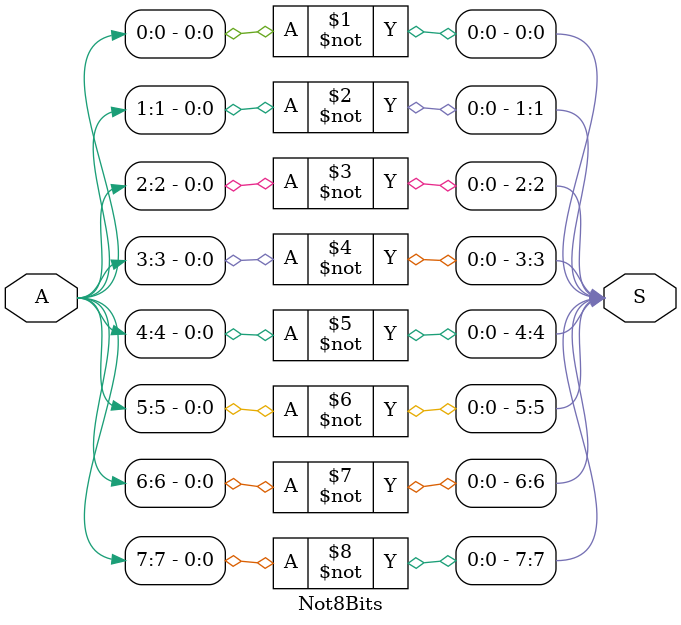
<source format=v>
module Not8Bits(S, A);
	// DECLARANDO ENTRADAS, SAIDAS E FIOS:
	input [7:0]A;
	output [7:0]S;

	not Not0(S[0], A[0]);
	not Not1(S[1], A[1]);
	not Not2(S[2], A[2]);
	not Not3(S[3], A[3]);
	not Not4(S[4], A[4]);
	not Not5(S[5], A[5]);
	not Not6(S[6], A[6]);
	not Not7(S[7], A[7]);

endmodule
</source>
